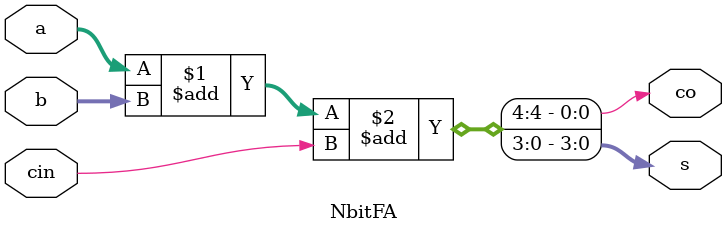
<source format=v>
module NbitFA #(parameter N=4)(a,b,cin,s,co);
  input [N-1:0]a,b;
  input cin;
  output [N-1:0]s;
  output co;
  assign {co,s} = a+b+cin;
endmodule

</source>
